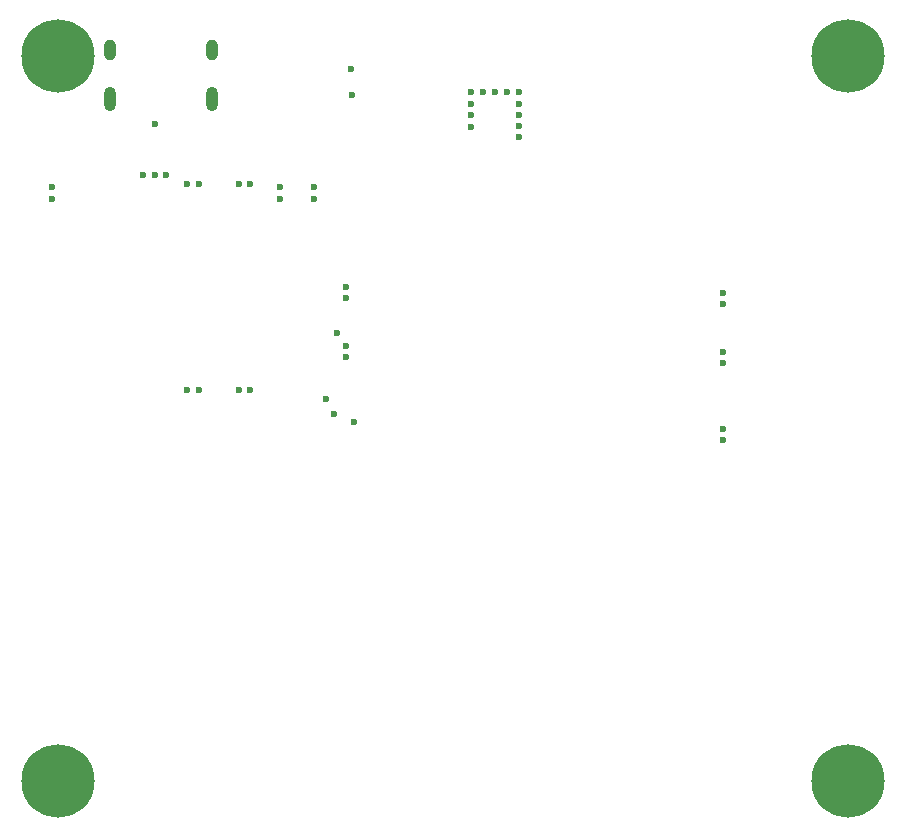
<source format=gbr>
%TF.GenerationSoftware,KiCad,Pcbnew,8.0.4*%
%TF.CreationDate,2025-01-12T23:29:22+07:00*%
%TF.ProjectId,lcd-square-4inch,6c63642d-7371-4756-9172-652d34696e63,rev?*%
%TF.SameCoordinates,Original*%
%TF.FileFunction,Copper,L2,Inr*%
%TF.FilePolarity,Positive*%
%FSLAX46Y46*%
G04 Gerber Fmt 4.6, Leading zero omitted, Abs format (unit mm)*
G04 Created by KiCad (PCBNEW 8.0.4) date 2025-01-12 23:29:22*
%MOMM*%
%LPD*%
G01*
G04 APERTURE LIST*
%TA.AperFunction,ComponentPad*%
%ADD10C,6.200000*%
%TD*%
%TA.AperFunction,ComponentPad*%
%ADD11O,1.000000X2.100000*%
%TD*%
%TA.AperFunction,ComponentPad*%
%ADD12O,1.000000X1.800000*%
%TD*%
%TA.AperFunction,ViaPad*%
%ADD13C,0.600000*%
%TD*%
G04 APERTURE END LIST*
D10*
%TO.N,N/C*%
%TO.C,H1*%
X111107200Y-62190000D03*
%TD*%
%TO.N,N/C*%
%TO.C,H4*%
X111107200Y-123590000D03*
%TD*%
%TO.N,N/C*%
%TO.C,H2*%
X178007200Y-62190000D03*
%TD*%
D11*
%TO.N,GND*%
%TO.C,J6*%
X124093000Y-65821000D03*
D12*
X124093000Y-61621000D03*
D11*
X115453000Y-65821000D03*
D12*
X115453000Y-61621000D03*
%TD*%
D10*
%TO.N,N/C*%
%TO.C,H3*%
X178007200Y-123590000D03*
%TD*%
D13*
%TO.N,GND*%
X148082000Y-65252600D03*
X132791200Y-73279000D03*
X135936009Y-63292009D03*
X146075400Y-67199932D03*
X167360600Y-88188800D03*
X150088600Y-65252600D03*
X146075400Y-68173600D03*
X150088600Y-69037200D03*
X134493000Y-92456000D03*
X129844800Y-73279000D03*
X119278400Y-72263000D03*
X110591600Y-73279000D03*
X167360600Y-94691200D03*
X135483600Y-86715600D03*
X167360600Y-83185000D03*
X150088600Y-66198750D03*
X135458200Y-81749000D03*
X146075400Y-66226266D03*
X126441200Y-90474800D03*
X127381000Y-73050400D03*
X146075400Y-65252600D03*
X149085300Y-65252600D03*
X122021600Y-90474800D03*
X150088600Y-67144900D03*
X150088600Y-68091050D03*
X122986800Y-73050400D03*
X147078700Y-65252600D03*
X133756400Y-91186000D03*
%TO.N,+3V3*%
X132791200Y-74244200D03*
X110591600Y-74244200D03*
X136144000Y-93141800D03*
X122986800Y-90474800D03*
X167360600Y-82219800D03*
X122021600Y-73050400D03*
X167360600Y-87223600D03*
X135483600Y-87680800D03*
X127381000Y-90474800D03*
X167360600Y-93726000D03*
X129844800Y-74244200D03*
X135940800Y-65455800D03*
X126415800Y-73050400D03*
X135458200Y-82685800D03*
%TO.N,VBUS*%
X119278400Y-67919600D03*
%TO.N,/MCU/SDRAM_DQ6*%
X134721600Y-85598000D03*
%TO.N,/USB_POWER/D+*%
X118323000Y-72263000D03*
%TO.N,/USB_POWER/D-*%
X120223000Y-72263000D03*
%TD*%
M02*

</source>
